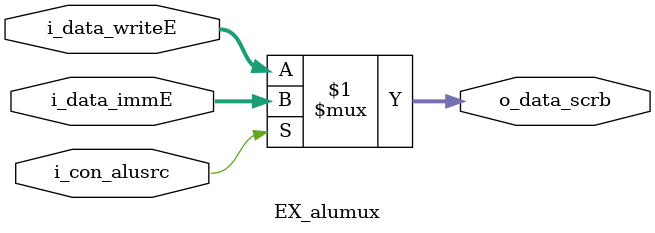
<source format=sv>
`timescale 1ns / 1ps
module EX_alumux 
              (input  [31:0] i_data_writeE, i_data_immE, 
               input         i_con_alusrc, 
               output [31:0] o_data_scrb);

  assign o_data_scrb = i_con_alusrc ? i_data_immE : i_data_writeE; 

endmodule

                     
                     
                     


</source>
